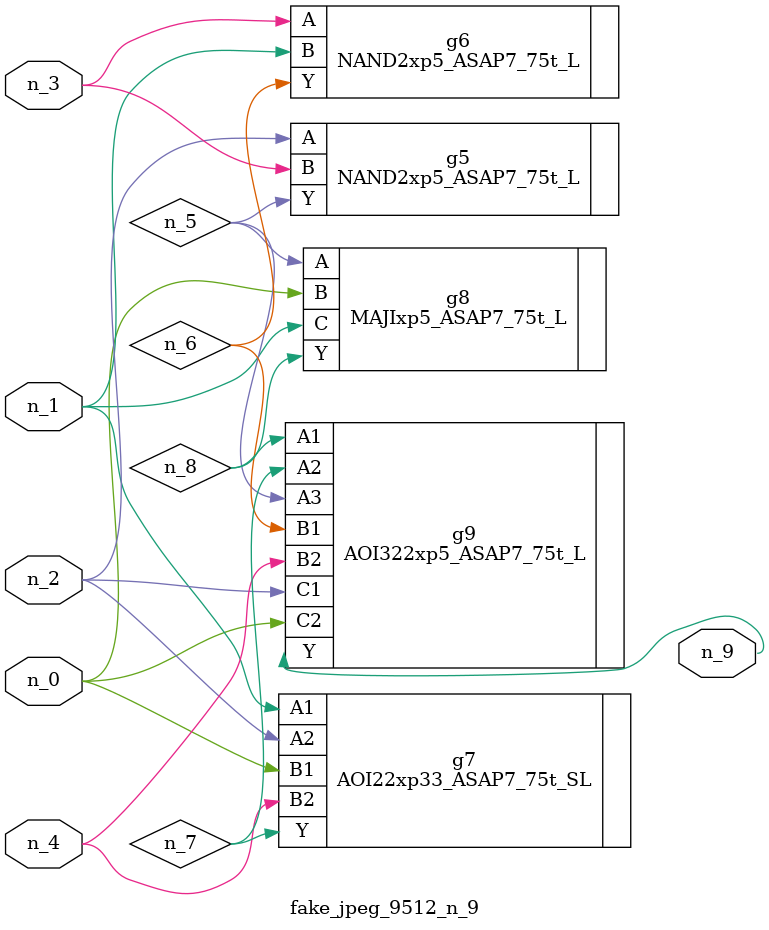
<source format=v>
module fake_jpeg_9512_n_9 (n_3, n_2, n_1, n_0, n_4, n_9);

input n_3;
input n_2;
input n_1;
input n_0;
input n_4;

output n_9;

wire n_8;
wire n_6;
wire n_5;
wire n_7;

NAND2xp5_ASAP7_75t_L g5 ( 
.A(n_2),
.B(n_3),
.Y(n_5)
);

NAND2xp5_ASAP7_75t_L g6 ( 
.A(n_3),
.B(n_1),
.Y(n_6)
);

AOI22xp33_ASAP7_75t_SL g7 ( 
.A1(n_1),
.A2(n_2),
.B1(n_0),
.B2(n_4),
.Y(n_7)
);

MAJIxp5_ASAP7_75t_L g8 ( 
.A(n_5),
.B(n_0),
.C(n_1),
.Y(n_8)
);

AOI322xp5_ASAP7_75t_L g9 ( 
.A1(n_8),
.A2(n_7),
.A3(n_5),
.B1(n_6),
.B2(n_4),
.C1(n_2),
.C2(n_0),
.Y(n_9)
);


endmodule
</source>
